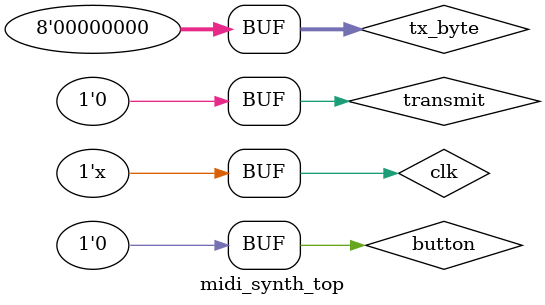
<source format=v>
 `timescale 10ns / 10ns

module midi_synth_top;
	reg clk;
	reg button;
	
	reg transmit;
	reg	[7:0] tx_byte;
	
	midi_synth midi_synth (.clk(clk),
	.reset(~button),
	.midi_port(midi_port),
	.debug_bus(debug_bus),
	.dac_out(dac_out),
	.leds(leds),
	.leds_2(leds_2),
	.leds_3(leds_3)
	);
	
	
	
	uart #(.CLOCK_DIVIDE(384))	//CLOCK_DIVIDE = Frequency(clk) / (4 * Baud)
	uart (.clk(clk),
	.rst(~button),
	.rx(),
	.tx(midi_port),
	.transmit(transmit),
	.tx_byte(tx_byte),
	.received(),
	.rx_byte(),
	.is_receiving(),
	.is_transmitting(),
	.recv_error()
	);

	
	initial
	begin
		clk = 0;   
		transmit = 0;

		button = 1;
		#10 button = 0;	  
		
		
		#20

		send_key(1,8'd50);
		
		#1000000000 send_key(0,8'd50);
		
		send_key(1,8'd50);	
		send_key(1,8'd54); 
		send_key(0,8'd50); 
		send_key(0,8'd54);

		
	end			 

	always begin
		#1 clk = !clk;
	end
		
	
		
	task send_key;	   
	input state;
	input [7:0] note;
	 begin
	
		//ON KEY//////////////////////////////
		#60000
		tx_byte = 8'b10010001;
		transmit = 1;
		#10
		transmit = 0;
		
		#60000	
		tx_byte = note;
		transmit = 1;
		#10
		transmit = 0; 
		
		#60000
		if (state == 1)
			tx_byte = 8'b00011111;
		else
			tx_byte = 8'b00000000;
		transmit = 1;
		#10
		transmit = 0;
		
	end	

	endtask	

	
endmodule		   		

	
</source>
